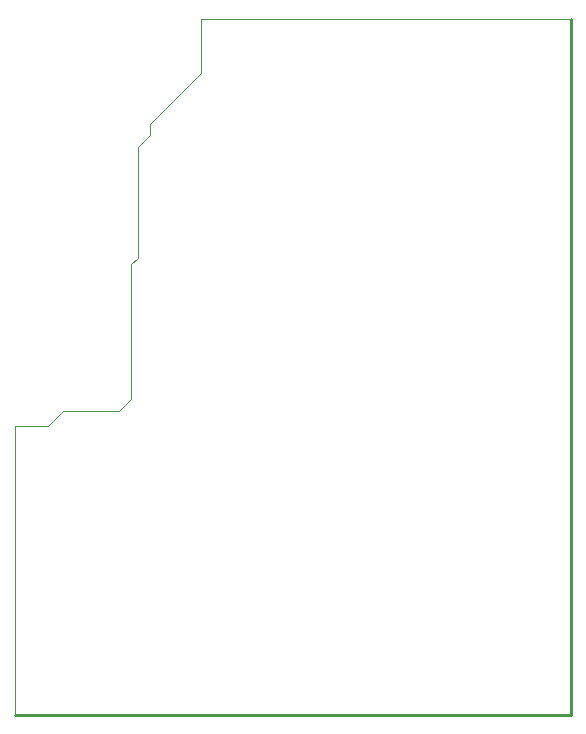
<source format=gbr>
G04 (created by PCBNEW (2013-07-07 BZR 4022)-stable) date 12/03/2014 13:56:11*
%MOIN*%
G04 Gerber Fmt 3.4, Leading zero omitted, Abs format*
%FSLAX34Y34*%
G01*
G70*
G90*
G04 APERTURE LIST*
%ADD10C,0.00590551*%
%ADD11C,0.00393701*%
%ADD12C,0.01*%
G04 APERTURE END LIST*
G54D10*
G54D11*
X86600Y-36250D02*
X74300Y-36250D01*
X69700Y-49300D02*
X71550Y-49300D01*
X68100Y-49800D02*
X69200Y-49800D01*
G54D12*
X86614Y-36250D02*
X86614Y-59450D01*
X86614Y-59450D02*
X68110Y-59450D01*
G54D11*
X69700Y-49300D02*
X69200Y-49800D01*
X74300Y-38050D02*
X74300Y-36250D01*
X72600Y-39750D02*
X74300Y-38050D01*
X72600Y-39800D02*
X72600Y-39750D01*
X72600Y-40100D02*
X72600Y-39800D01*
X72200Y-40500D02*
X72600Y-40100D01*
X72200Y-44200D02*
X72200Y-40500D01*
X71950Y-44400D02*
X72200Y-44200D01*
X71950Y-48900D02*
X71950Y-44400D01*
X71550Y-49300D02*
X71950Y-48900D01*
X68100Y-59450D02*
X68100Y-49800D01*
M02*

</source>
